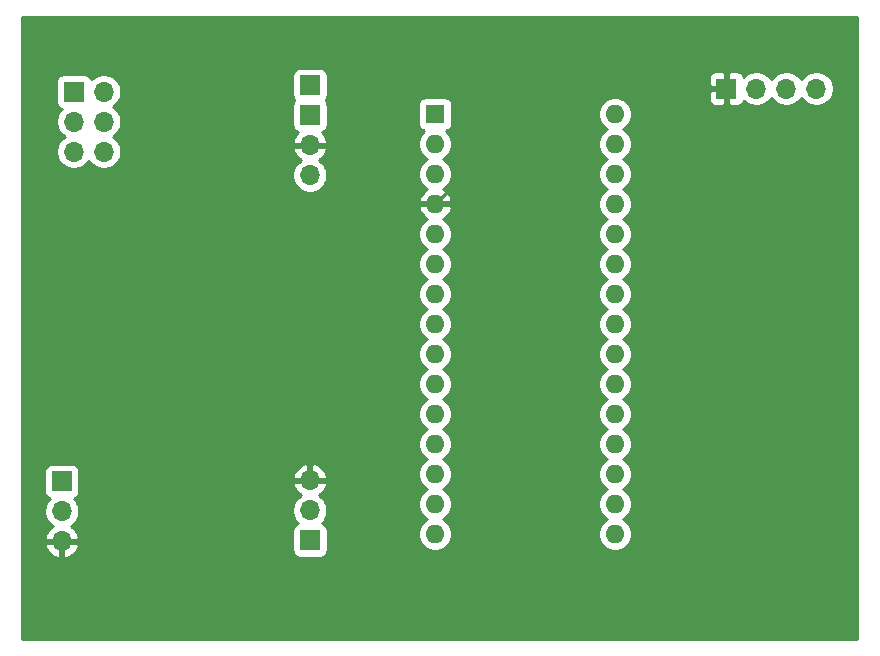
<source format=gbl>
%TF.GenerationSoftware,KiCad,Pcbnew,(5.1.9)-1*%
%TF.CreationDate,2021-01-22T19:23:28+08:00*%
%TF.ProjectId,SmartLight,536d6172-744c-4696-9768-742e6b696361,rev?*%
%TF.SameCoordinates,Original*%
%TF.FileFunction,Copper,L2,Bot*%
%TF.FilePolarity,Positive*%
%FSLAX46Y46*%
G04 Gerber Fmt 4.6, Leading zero omitted, Abs format (unit mm)*
G04 Created by KiCad (PCBNEW (5.1.9)-1) date 2021-01-22 19:23:28*
%MOMM*%
%LPD*%
G01*
G04 APERTURE LIST*
%TA.AperFunction,ComponentPad*%
%ADD10O,1.700000X1.700000*%
%TD*%
%TA.AperFunction,ComponentPad*%
%ADD11R,1.700000X1.700000*%
%TD*%
%TA.AperFunction,ComponentPad*%
%ADD12O,1.600000X1.600000*%
%TD*%
%TA.AperFunction,ComponentPad*%
%ADD13R,1.600000X1.600000*%
%TD*%
%TA.AperFunction,Conductor*%
%ADD14C,0.250000*%
%TD*%
%TA.AperFunction,Conductor*%
%ADD15C,0.254000*%
%TD*%
%TA.AperFunction,Conductor*%
%ADD16C,0.100000*%
%TD*%
G04 APERTURE END LIST*
D10*
%TO.P,J5,4*%
%TO.N,/SDA*%
X159870000Y-64750000D03*
%TO.P,J5,3*%
%TO.N,/SCL*%
X157330000Y-64750000D03*
%TO.P,J5,2*%
%TO.N,/VCC*%
X154790000Y-64750000D03*
D11*
%TO.P,J5,1*%
%TO.N,/GND*%
X152250000Y-64750000D03*
%TD*%
D10*
%TO.P,J4,3*%
%TO.N,/GND*%
X117000000Y-97920000D03*
%TO.P,J4,2*%
%TO.N,/VCC*%
X117000000Y-100460000D03*
D11*
%TO.P,J4,1*%
%TO.N,Net-(A1-Pad10)*%
X117000000Y-103000000D03*
%TD*%
D10*
%TO.P,J3,6*%
%TO.N,Net-(J3-Pad6)*%
X99540000Y-70080000D03*
%TO.P,J3,5*%
%TO.N,Net-(J3-Pad5)*%
X97000000Y-70080000D03*
%TO.P,J3,4*%
%TO.N,Net-(A1-Pad9)*%
X99540000Y-67540000D03*
%TO.P,J3,3*%
%TO.N,Net-(J3-Pad3)*%
X97000000Y-67540000D03*
%TO.P,J3,2*%
%TO.N,/VCC*%
X99540000Y-65000000D03*
D11*
%TO.P,J3,1*%
%TO.N,Net-(J3-Pad1)*%
X97000000Y-65000000D03*
%TD*%
D10*
%TO.P,J2,4*%
%TO.N,/VCC*%
X117000000Y-72080000D03*
%TO.P,J2,3*%
%TO.N,/GND*%
X117000000Y-69540000D03*
D11*
%TO.P,J2,2*%
%TO.N,/TX*%
X117000000Y-67000000D03*
%TO.P,J2,1*%
%TO.N,/RX*%
X117000000Y-64460000D03*
%TD*%
D10*
%TO.P,J1,3*%
%TO.N,/GND*%
X96000000Y-103080000D03*
%TO.P,J1,2*%
%TO.N,Net-(A1-Pad8)*%
X96000000Y-100540000D03*
D11*
%TO.P,J1,1*%
%TO.N,/VCC*%
X96000000Y-98000000D03*
%TD*%
D12*
%TO.P,A1,16*%
%TO.N,Net-(A1-Pad16)*%
X142840000Y-102460000D03*
%TO.P,A1,15*%
%TO.N,Net-(A1-Pad15)*%
X127600000Y-102460000D03*
%TO.P,A1,30*%
%TO.N,/VCC*%
X142840000Y-66900000D03*
%TO.P,A1,14*%
%TO.N,Net-(A1-Pad14)*%
X127600000Y-99920000D03*
%TO.P,A1,29*%
%TO.N,Net-(A1-Pad29)*%
X142840000Y-69440000D03*
%TO.P,A1,13*%
%TO.N,Net-(A1-Pad13)*%
X127600000Y-97380000D03*
%TO.P,A1,28*%
%TO.N,Net-(A1-Pad28)*%
X142840000Y-71980000D03*
%TO.P,A1,12*%
%TO.N,Net-(A1-Pad12)*%
X127600000Y-94840000D03*
%TO.P,A1,27*%
%TO.N,Net-(A1-Pad27)*%
X142840000Y-74520000D03*
%TO.P,A1,11*%
%TO.N,Net-(A1-Pad11)*%
X127600000Y-92300000D03*
%TO.P,A1,26*%
%TO.N,Net-(A1-Pad26)*%
X142840000Y-77060000D03*
%TO.P,A1,10*%
%TO.N,Net-(A1-Pad10)*%
X127600000Y-89760000D03*
%TO.P,A1,25*%
%TO.N,Net-(A1-Pad25)*%
X142840000Y-79600000D03*
%TO.P,A1,9*%
%TO.N,Net-(A1-Pad9)*%
X127600000Y-87220000D03*
%TO.P,A1,24*%
%TO.N,/SCL*%
X142840000Y-82140000D03*
%TO.P,A1,8*%
%TO.N,Net-(A1-Pad8)*%
X127600000Y-84680000D03*
%TO.P,A1,23*%
%TO.N,/SDA*%
X142840000Y-84680000D03*
%TO.P,A1,7*%
%TO.N,Net-(A1-Pad7)*%
X127600000Y-82140000D03*
%TO.P,A1,22*%
%TO.N,Net-(A1-Pad22)*%
X142840000Y-87220000D03*
%TO.P,A1,6*%
%TO.N,Net-(A1-Pad6)*%
X127600000Y-79600000D03*
%TO.P,A1,21*%
%TO.N,Net-(A1-Pad21)*%
X142840000Y-89760000D03*
%TO.P,A1,5*%
%TO.N,Net-(A1-Pad5)*%
X127600000Y-77060000D03*
%TO.P,A1,20*%
%TO.N,Net-(A1-Pad20)*%
X142840000Y-92300000D03*
%TO.P,A1,4*%
%TO.N,/GND*%
X127600000Y-74520000D03*
%TO.P,A1,19*%
%TO.N,Net-(A1-Pad19)*%
X142840000Y-94840000D03*
%TO.P,A1,3*%
%TO.N,Net-(A1-Pad3)*%
X127600000Y-71980000D03*
%TO.P,A1,18*%
%TO.N,Net-(A1-Pad18)*%
X142840000Y-97380000D03*
%TO.P,A1,2*%
%TO.N,/TX*%
X127600000Y-69440000D03*
%TO.P,A1,17*%
%TO.N,Net-(A1-Pad17)*%
X142840000Y-99920000D03*
D13*
%TO.P,A1,1*%
%TO.N,/RX*%
X127600000Y-66900000D03*
%TD*%
D14*
%TO.N,/GND*%
X158000000Y-68000000D02*
X150750000Y-68000000D01*
X150750000Y-68000000D02*
X146250000Y-63500000D01*
X146250000Y-63500000D02*
X142000000Y-63500000D01*
X142000000Y-63500000D02*
X132500000Y-73000000D01*
X129120000Y-73000000D02*
X127600000Y-74520000D01*
X132500000Y-73000000D02*
X129120000Y-73000000D01*
X117000000Y-69540000D02*
X119290000Y-69540000D01*
X124270000Y-74520000D02*
X127600000Y-74520000D01*
X119290000Y-69540000D02*
X124270000Y-74520000D01*
X117000000Y-97920000D02*
X117000000Y-79750000D01*
X122230000Y-74520000D02*
X127600000Y-74520000D01*
X117000000Y-79750000D02*
X122230000Y-74520000D01*
%TD*%
D15*
%TO.N,/GND*%
X163340001Y-111340000D02*
X92660000Y-111340000D01*
X92660000Y-103436890D01*
X94558524Y-103436890D01*
X94603175Y-103584099D01*
X94728359Y-103846920D01*
X94902412Y-104080269D01*
X95118645Y-104275178D01*
X95368748Y-104424157D01*
X95643109Y-104521481D01*
X95873000Y-104400814D01*
X95873000Y-103207000D01*
X96127000Y-103207000D01*
X96127000Y-104400814D01*
X96356891Y-104521481D01*
X96631252Y-104424157D01*
X96881355Y-104275178D01*
X97097588Y-104080269D01*
X97271641Y-103846920D01*
X97396825Y-103584099D01*
X97441476Y-103436890D01*
X97320155Y-103207000D01*
X96127000Y-103207000D01*
X95873000Y-103207000D01*
X94679845Y-103207000D01*
X94558524Y-103436890D01*
X92660000Y-103436890D01*
X92660000Y-97150000D01*
X94511928Y-97150000D01*
X94511928Y-98850000D01*
X94524188Y-98974482D01*
X94560498Y-99094180D01*
X94619463Y-99204494D01*
X94698815Y-99301185D01*
X94795506Y-99380537D01*
X94905820Y-99439502D01*
X94978380Y-99461513D01*
X94846525Y-99593368D01*
X94684010Y-99836589D01*
X94572068Y-100106842D01*
X94515000Y-100393740D01*
X94515000Y-100686260D01*
X94572068Y-100973158D01*
X94684010Y-101243411D01*
X94846525Y-101486632D01*
X95053368Y-101693475D01*
X95235534Y-101815195D01*
X95118645Y-101884822D01*
X94902412Y-102079731D01*
X94728359Y-102313080D01*
X94603175Y-102575901D01*
X94558524Y-102723110D01*
X94679845Y-102953000D01*
X95873000Y-102953000D01*
X95873000Y-102933000D01*
X96127000Y-102933000D01*
X96127000Y-102953000D01*
X97320155Y-102953000D01*
X97441476Y-102723110D01*
X97396825Y-102575901D01*
X97271641Y-102313080D01*
X97150002Y-102150000D01*
X115511928Y-102150000D01*
X115511928Y-103850000D01*
X115524188Y-103974482D01*
X115560498Y-104094180D01*
X115619463Y-104204494D01*
X115698815Y-104301185D01*
X115795506Y-104380537D01*
X115905820Y-104439502D01*
X116025518Y-104475812D01*
X116150000Y-104488072D01*
X117850000Y-104488072D01*
X117974482Y-104475812D01*
X118094180Y-104439502D01*
X118204494Y-104380537D01*
X118301185Y-104301185D01*
X118380537Y-104204494D01*
X118439502Y-104094180D01*
X118475812Y-103974482D01*
X118488072Y-103850000D01*
X118488072Y-102150000D01*
X118475812Y-102025518D01*
X118439502Y-101905820D01*
X118380537Y-101795506D01*
X118301185Y-101698815D01*
X118204494Y-101619463D01*
X118094180Y-101560498D01*
X118021620Y-101538487D01*
X118153475Y-101406632D01*
X118315990Y-101163411D01*
X118427932Y-100893158D01*
X118485000Y-100606260D01*
X118485000Y-100313740D01*
X118427932Y-100026842D01*
X118315990Y-99756589D01*
X118153475Y-99513368D01*
X117946632Y-99306525D01*
X117764466Y-99184805D01*
X117881355Y-99115178D01*
X118097588Y-98920269D01*
X118271641Y-98686920D01*
X118396825Y-98424099D01*
X118441476Y-98276890D01*
X118320155Y-98047000D01*
X117127000Y-98047000D01*
X117127000Y-98067000D01*
X116873000Y-98067000D01*
X116873000Y-98047000D01*
X115679845Y-98047000D01*
X115558524Y-98276890D01*
X115603175Y-98424099D01*
X115728359Y-98686920D01*
X115902412Y-98920269D01*
X116118645Y-99115178D01*
X116235534Y-99184805D01*
X116053368Y-99306525D01*
X115846525Y-99513368D01*
X115684010Y-99756589D01*
X115572068Y-100026842D01*
X115515000Y-100313740D01*
X115515000Y-100606260D01*
X115572068Y-100893158D01*
X115684010Y-101163411D01*
X115846525Y-101406632D01*
X115978380Y-101538487D01*
X115905820Y-101560498D01*
X115795506Y-101619463D01*
X115698815Y-101698815D01*
X115619463Y-101795506D01*
X115560498Y-101905820D01*
X115524188Y-102025518D01*
X115511928Y-102150000D01*
X97150002Y-102150000D01*
X97097588Y-102079731D01*
X96881355Y-101884822D01*
X96764466Y-101815195D01*
X96946632Y-101693475D01*
X97153475Y-101486632D01*
X97315990Y-101243411D01*
X97427932Y-100973158D01*
X97485000Y-100686260D01*
X97485000Y-100393740D01*
X97427932Y-100106842D01*
X97315990Y-99836589D01*
X97153475Y-99593368D01*
X97021620Y-99461513D01*
X97094180Y-99439502D01*
X97204494Y-99380537D01*
X97301185Y-99301185D01*
X97380537Y-99204494D01*
X97439502Y-99094180D01*
X97475812Y-98974482D01*
X97488072Y-98850000D01*
X97488072Y-97563110D01*
X115558524Y-97563110D01*
X115679845Y-97793000D01*
X116873000Y-97793000D01*
X116873000Y-96599186D01*
X117127000Y-96599186D01*
X117127000Y-97793000D01*
X118320155Y-97793000D01*
X118441476Y-97563110D01*
X118396825Y-97415901D01*
X118271641Y-97153080D01*
X118097588Y-96919731D01*
X117881355Y-96724822D01*
X117631252Y-96575843D01*
X117356891Y-96478519D01*
X117127000Y-96599186D01*
X116873000Y-96599186D01*
X116643109Y-96478519D01*
X116368748Y-96575843D01*
X116118645Y-96724822D01*
X115902412Y-96919731D01*
X115728359Y-97153080D01*
X115603175Y-97415901D01*
X115558524Y-97563110D01*
X97488072Y-97563110D01*
X97488072Y-97150000D01*
X97475812Y-97025518D01*
X97439502Y-96905820D01*
X97380537Y-96795506D01*
X97301185Y-96698815D01*
X97204494Y-96619463D01*
X97094180Y-96560498D01*
X96974482Y-96524188D01*
X96850000Y-96511928D01*
X95150000Y-96511928D01*
X95025518Y-96524188D01*
X94905820Y-96560498D01*
X94795506Y-96619463D01*
X94698815Y-96698815D01*
X94619463Y-96795506D01*
X94560498Y-96905820D01*
X94524188Y-97025518D01*
X94511928Y-97150000D01*
X92660000Y-97150000D01*
X92660000Y-76918665D01*
X126165000Y-76918665D01*
X126165000Y-77201335D01*
X126220147Y-77478574D01*
X126328320Y-77739727D01*
X126485363Y-77974759D01*
X126685241Y-78174637D01*
X126917759Y-78330000D01*
X126685241Y-78485363D01*
X126485363Y-78685241D01*
X126328320Y-78920273D01*
X126220147Y-79181426D01*
X126165000Y-79458665D01*
X126165000Y-79741335D01*
X126220147Y-80018574D01*
X126328320Y-80279727D01*
X126485363Y-80514759D01*
X126685241Y-80714637D01*
X126917759Y-80870000D01*
X126685241Y-81025363D01*
X126485363Y-81225241D01*
X126328320Y-81460273D01*
X126220147Y-81721426D01*
X126165000Y-81998665D01*
X126165000Y-82281335D01*
X126220147Y-82558574D01*
X126328320Y-82819727D01*
X126485363Y-83054759D01*
X126685241Y-83254637D01*
X126917759Y-83410000D01*
X126685241Y-83565363D01*
X126485363Y-83765241D01*
X126328320Y-84000273D01*
X126220147Y-84261426D01*
X126165000Y-84538665D01*
X126165000Y-84821335D01*
X126220147Y-85098574D01*
X126328320Y-85359727D01*
X126485363Y-85594759D01*
X126685241Y-85794637D01*
X126917759Y-85950000D01*
X126685241Y-86105363D01*
X126485363Y-86305241D01*
X126328320Y-86540273D01*
X126220147Y-86801426D01*
X126165000Y-87078665D01*
X126165000Y-87361335D01*
X126220147Y-87638574D01*
X126328320Y-87899727D01*
X126485363Y-88134759D01*
X126685241Y-88334637D01*
X126917759Y-88490000D01*
X126685241Y-88645363D01*
X126485363Y-88845241D01*
X126328320Y-89080273D01*
X126220147Y-89341426D01*
X126165000Y-89618665D01*
X126165000Y-89901335D01*
X126220147Y-90178574D01*
X126328320Y-90439727D01*
X126485363Y-90674759D01*
X126685241Y-90874637D01*
X126917759Y-91030000D01*
X126685241Y-91185363D01*
X126485363Y-91385241D01*
X126328320Y-91620273D01*
X126220147Y-91881426D01*
X126165000Y-92158665D01*
X126165000Y-92441335D01*
X126220147Y-92718574D01*
X126328320Y-92979727D01*
X126485363Y-93214759D01*
X126685241Y-93414637D01*
X126917759Y-93570000D01*
X126685241Y-93725363D01*
X126485363Y-93925241D01*
X126328320Y-94160273D01*
X126220147Y-94421426D01*
X126165000Y-94698665D01*
X126165000Y-94981335D01*
X126220147Y-95258574D01*
X126328320Y-95519727D01*
X126485363Y-95754759D01*
X126685241Y-95954637D01*
X126917759Y-96110000D01*
X126685241Y-96265363D01*
X126485363Y-96465241D01*
X126328320Y-96700273D01*
X126220147Y-96961426D01*
X126165000Y-97238665D01*
X126165000Y-97521335D01*
X126220147Y-97798574D01*
X126328320Y-98059727D01*
X126485363Y-98294759D01*
X126685241Y-98494637D01*
X126917759Y-98650000D01*
X126685241Y-98805363D01*
X126485363Y-99005241D01*
X126328320Y-99240273D01*
X126220147Y-99501426D01*
X126165000Y-99778665D01*
X126165000Y-100061335D01*
X126220147Y-100338574D01*
X126328320Y-100599727D01*
X126485363Y-100834759D01*
X126685241Y-101034637D01*
X126917759Y-101190000D01*
X126685241Y-101345363D01*
X126485363Y-101545241D01*
X126328320Y-101780273D01*
X126220147Y-102041426D01*
X126165000Y-102318665D01*
X126165000Y-102601335D01*
X126220147Y-102878574D01*
X126328320Y-103139727D01*
X126485363Y-103374759D01*
X126685241Y-103574637D01*
X126920273Y-103731680D01*
X127181426Y-103839853D01*
X127458665Y-103895000D01*
X127741335Y-103895000D01*
X128018574Y-103839853D01*
X128279727Y-103731680D01*
X128514759Y-103574637D01*
X128714637Y-103374759D01*
X128871680Y-103139727D01*
X128979853Y-102878574D01*
X129035000Y-102601335D01*
X129035000Y-102318665D01*
X128979853Y-102041426D01*
X128871680Y-101780273D01*
X128714637Y-101545241D01*
X128514759Y-101345363D01*
X128282241Y-101190000D01*
X128514759Y-101034637D01*
X128714637Y-100834759D01*
X128871680Y-100599727D01*
X128979853Y-100338574D01*
X129035000Y-100061335D01*
X129035000Y-99778665D01*
X128979853Y-99501426D01*
X128871680Y-99240273D01*
X128714637Y-99005241D01*
X128514759Y-98805363D01*
X128282241Y-98650000D01*
X128514759Y-98494637D01*
X128714637Y-98294759D01*
X128871680Y-98059727D01*
X128979853Y-97798574D01*
X129035000Y-97521335D01*
X129035000Y-97238665D01*
X128979853Y-96961426D01*
X128871680Y-96700273D01*
X128714637Y-96465241D01*
X128514759Y-96265363D01*
X128282241Y-96110000D01*
X128514759Y-95954637D01*
X128714637Y-95754759D01*
X128871680Y-95519727D01*
X128979853Y-95258574D01*
X129035000Y-94981335D01*
X129035000Y-94698665D01*
X128979853Y-94421426D01*
X128871680Y-94160273D01*
X128714637Y-93925241D01*
X128514759Y-93725363D01*
X128282241Y-93570000D01*
X128514759Y-93414637D01*
X128714637Y-93214759D01*
X128871680Y-92979727D01*
X128979853Y-92718574D01*
X129035000Y-92441335D01*
X129035000Y-92158665D01*
X128979853Y-91881426D01*
X128871680Y-91620273D01*
X128714637Y-91385241D01*
X128514759Y-91185363D01*
X128282241Y-91030000D01*
X128514759Y-90874637D01*
X128714637Y-90674759D01*
X128871680Y-90439727D01*
X128979853Y-90178574D01*
X129035000Y-89901335D01*
X129035000Y-89618665D01*
X128979853Y-89341426D01*
X128871680Y-89080273D01*
X128714637Y-88845241D01*
X128514759Y-88645363D01*
X128282241Y-88490000D01*
X128514759Y-88334637D01*
X128714637Y-88134759D01*
X128871680Y-87899727D01*
X128979853Y-87638574D01*
X129035000Y-87361335D01*
X129035000Y-87078665D01*
X128979853Y-86801426D01*
X128871680Y-86540273D01*
X128714637Y-86305241D01*
X128514759Y-86105363D01*
X128282241Y-85950000D01*
X128514759Y-85794637D01*
X128714637Y-85594759D01*
X128871680Y-85359727D01*
X128979853Y-85098574D01*
X129035000Y-84821335D01*
X129035000Y-84538665D01*
X128979853Y-84261426D01*
X128871680Y-84000273D01*
X128714637Y-83765241D01*
X128514759Y-83565363D01*
X128282241Y-83410000D01*
X128514759Y-83254637D01*
X128714637Y-83054759D01*
X128871680Y-82819727D01*
X128979853Y-82558574D01*
X129035000Y-82281335D01*
X129035000Y-81998665D01*
X128979853Y-81721426D01*
X128871680Y-81460273D01*
X128714637Y-81225241D01*
X128514759Y-81025363D01*
X128282241Y-80870000D01*
X128514759Y-80714637D01*
X128714637Y-80514759D01*
X128871680Y-80279727D01*
X128979853Y-80018574D01*
X129035000Y-79741335D01*
X129035000Y-79458665D01*
X128979853Y-79181426D01*
X128871680Y-78920273D01*
X128714637Y-78685241D01*
X128514759Y-78485363D01*
X128282241Y-78330000D01*
X128514759Y-78174637D01*
X128714637Y-77974759D01*
X128871680Y-77739727D01*
X128979853Y-77478574D01*
X129035000Y-77201335D01*
X129035000Y-76918665D01*
X128979853Y-76641426D01*
X128871680Y-76380273D01*
X128714637Y-76145241D01*
X128514759Y-75945363D01*
X128279727Y-75788320D01*
X128269135Y-75783933D01*
X128455131Y-75672385D01*
X128663519Y-75483414D01*
X128831037Y-75257420D01*
X128951246Y-75003087D01*
X128991904Y-74869039D01*
X128869915Y-74647000D01*
X127727000Y-74647000D01*
X127727000Y-74667000D01*
X127473000Y-74667000D01*
X127473000Y-74647000D01*
X126330085Y-74647000D01*
X126208096Y-74869039D01*
X126248754Y-75003087D01*
X126368963Y-75257420D01*
X126536481Y-75483414D01*
X126744869Y-75672385D01*
X126930865Y-75783933D01*
X126920273Y-75788320D01*
X126685241Y-75945363D01*
X126485363Y-76145241D01*
X126328320Y-76380273D01*
X126220147Y-76641426D01*
X126165000Y-76918665D01*
X92660000Y-76918665D01*
X92660000Y-71933740D01*
X115515000Y-71933740D01*
X115515000Y-72226260D01*
X115572068Y-72513158D01*
X115684010Y-72783411D01*
X115846525Y-73026632D01*
X116053368Y-73233475D01*
X116296589Y-73395990D01*
X116566842Y-73507932D01*
X116853740Y-73565000D01*
X117146260Y-73565000D01*
X117433158Y-73507932D01*
X117703411Y-73395990D01*
X117946632Y-73233475D01*
X118153475Y-73026632D01*
X118315990Y-72783411D01*
X118427932Y-72513158D01*
X118485000Y-72226260D01*
X118485000Y-71933740D01*
X118427932Y-71646842D01*
X118315990Y-71376589D01*
X118153475Y-71133368D01*
X117946632Y-70926525D01*
X117764466Y-70804805D01*
X117881355Y-70735178D01*
X118097588Y-70540269D01*
X118271641Y-70306920D01*
X118396825Y-70044099D01*
X118441476Y-69896890D01*
X118320155Y-69667000D01*
X117127000Y-69667000D01*
X117127000Y-69687000D01*
X116873000Y-69687000D01*
X116873000Y-69667000D01*
X115679845Y-69667000D01*
X115558524Y-69896890D01*
X115603175Y-70044099D01*
X115728359Y-70306920D01*
X115902412Y-70540269D01*
X116118645Y-70735178D01*
X116235534Y-70804805D01*
X116053368Y-70926525D01*
X115846525Y-71133368D01*
X115684010Y-71376589D01*
X115572068Y-71646842D01*
X115515000Y-71933740D01*
X92660000Y-71933740D01*
X92660000Y-64150000D01*
X95511928Y-64150000D01*
X95511928Y-65850000D01*
X95524188Y-65974482D01*
X95560498Y-66094180D01*
X95619463Y-66204494D01*
X95698815Y-66301185D01*
X95795506Y-66380537D01*
X95905820Y-66439502D01*
X95978380Y-66461513D01*
X95846525Y-66593368D01*
X95684010Y-66836589D01*
X95572068Y-67106842D01*
X95515000Y-67393740D01*
X95515000Y-67686260D01*
X95572068Y-67973158D01*
X95684010Y-68243411D01*
X95846525Y-68486632D01*
X96053368Y-68693475D01*
X96227760Y-68810000D01*
X96053368Y-68926525D01*
X95846525Y-69133368D01*
X95684010Y-69376589D01*
X95572068Y-69646842D01*
X95515000Y-69933740D01*
X95515000Y-70226260D01*
X95572068Y-70513158D01*
X95684010Y-70783411D01*
X95846525Y-71026632D01*
X96053368Y-71233475D01*
X96296589Y-71395990D01*
X96566842Y-71507932D01*
X96853740Y-71565000D01*
X97146260Y-71565000D01*
X97433158Y-71507932D01*
X97703411Y-71395990D01*
X97946632Y-71233475D01*
X98153475Y-71026632D01*
X98270000Y-70852240D01*
X98386525Y-71026632D01*
X98593368Y-71233475D01*
X98836589Y-71395990D01*
X99106842Y-71507932D01*
X99393740Y-71565000D01*
X99686260Y-71565000D01*
X99973158Y-71507932D01*
X100243411Y-71395990D01*
X100486632Y-71233475D01*
X100693475Y-71026632D01*
X100855990Y-70783411D01*
X100967932Y-70513158D01*
X101025000Y-70226260D01*
X101025000Y-69933740D01*
X100967932Y-69646842D01*
X100855990Y-69376589D01*
X100693475Y-69133368D01*
X100486632Y-68926525D01*
X100312240Y-68810000D01*
X100486632Y-68693475D01*
X100693475Y-68486632D01*
X100855990Y-68243411D01*
X100967932Y-67973158D01*
X101025000Y-67686260D01*
X101025000Y-67393740D01*
X100967932Y-67106842D01*
X100855990Y-66836589D01*
X100693475Y-66593368D01*
X100486632Y-66386525D01*
X100312240Y-66270000D01*
X100486632Y-66153475D01*
X100693475Y-65946632D01*
X100855990Y-65703411D01*
X100967932Y-65433158D01*
X101025000Y-65146260D01*
X101025000Y-64853740D01*
X100967932Y-64566842D01*
X100855990Y-64296589D01*
X100693475Y-64053368D01*
X100486632Y-63846525D01*
X100243411Y-63684010D01*
X100064735Y-63610000D01*
X115511928Y-63610000D01*
X115511928Y-65310000D01*
X115524188Y-65434482D01*
X115560498Y-65554180D01*
X115619463Y-65664494D01*
X115673222Y-65730000D01*
X115619463Y-65795506D01*
X115560498Y-65905820D01*
X115524188Y-66025518D01*
X115511928Y-66150000D01*
X115511928Y-67850000D01*
X115524188Y-67974482D01*
X115560498Y-68094180D01*
X115619463Y-68204494D01*
X115698815Y-68301185D01*
X115795506Y-68380537D01*
X115905820Y-68439502D01*
X115986466Y-68463966D01*
X115902412Y-68539731D01*
X115728359Y-68773080D01*
X115603175Y-69035901D01*
X115558524Y-69183110D01*
X115679845Y-69413000D01*
X116873000Y-69413000D01*
X116873000Y-69393000D01*
X117127000Y-69393000D01*
X117127000Y-69413000D01*
X118320155Y-69413000D01*
X118441476Y-69183110D01*
X118396825Y-69035901D01*
X118271641Y-68773080D01*
X118097588Y-68539731D01*
X118013534Y-68463966D01*
X118094180Y-68439502D01*
X118204494Y-68380537D01*
X118301185Y-68301185D01*
X118380537Y-68204494D01*
X118439502Y-68094180D01*
X118475812Y-67974482D01*
X118488072Y-67850000D01*
X118488072Y-66150000D01*
X118483148Y-66100000D01*
X126161928Y-66100000D01*
X126161928Y-67700000D01*
X126174188Y-67824482D01*
X126210498Y-67944180D01*
X126269463Y-68054494D01*
X126348815Y-68151185D01*
X126445506Y-68230537D01*
X126555820Y-68289502D01*
X126675518Y-68325812D01*
X126683961Y-68326643D01*
X126485363Y-68525241D01*
X126328320Y-68760273D01*
X126220147Y-69021426D01*
X126165000Y-69298665D01*
X126165000Y-69581335D01*
X126220147Y-69858574D01*
X126328320Y-70119727D01*
X126485363Y-70354759D01*
X126685241Y-70554637D01*
X126917759Y-70710000D01*
X126685241Y-70865363D01*
X126485363Y-71065241D01*
X126328320Y-71300273D01*
X126220147Y-71561426D01*
X126165000Y-71838665D01*
X126165000Y-72121335D01*
X126220147Y-72398574D01*
X126328320Y-72659727D01*
X126485363Y-72894759D01*
X126685241Y-73094637D01*
X126920273Y-73251680D01*
X126930865Y-73256067D01*
X126744869Y-73367615D01*
X126536481Y-73556586D01*
X126368963Y-73782580D01*
X126248754Y-74036913D01*
X126208096Y-74170961D01*
X126330085Y-74393000D01*
X127473000Y-74393000D01*
X127473000Y-74373000D01*
X127727000Y-74373000D01*
X127727000Y-74393000D01*
X128869915Y-74393000D01*
X128991904Y-74170961D01*
X128951246Y-74036913D01*
X128831037Y-73782580D01*
X128663519Y-73556586D01*
X128455131Y-73367615D01*
X128269135Y-73256067D01*
X128279727Y-73251680D01*
X128514759Y-73094637D01*
X128714637Y-72894759D01*
X128871680Y-72659727D01*
X128979853Y-72398574D01*
X129035000Y-72121335D01*
X129035000Y-71838665D01*
X128979853Y-71561426D01*
X128871680Y-71300273D01*
X128714637Y-71065241D01*
X128514759Y-70865363D01*
X128282241Y-70710000D01*
X128514759Y-70554637D01*
X128714637Y-70354759D01*
X128871680Y-70119727D01*
X128979853Y-69858574D01*
X129035000Y-69581335D01*
X129035000Y-69298665D01*
X128979853Y-69021426D01*
X128871680Y-68760273D01*
X128714637Y-68525241D01*
X128516039Y-68326643D01*
X128524482Y-68325812D01*
X128644180Y-68289502D01*
X128754494Y-68230537D01*
X128851185Y-68151185D01*
X128930537Y-68054494D01*
X128989502Y-67944180D01*
X129025812Y-67824482D01*
X129038072Y-67700000D01*
X129038072Y-66758665D01*
X141405000Y-66758665D01*
X141405000Y-67041335D01*
X141460147Y-67318574D01*
X141568320Y-67579727D01*
X141725363Y-67814759D01*
X141925241Y-68014637D01*
X142157759Y-68170000D01*
X141925241Y-68325363D01*
X141725363Y-68525241D01*
X141568320Y-68760273D01*
X141460147Y-69021426D01*
X141405000Y-69298665D01*
X141405000Y-69581335D01*
X141460147Y-69858574D01*
X141568320Y-70119727D01*
X141725363Y-70354759D01*
X141925241Y-70554637D01*
X142157759Y-70710000D01*
X141925241Y-70865363D01*
X141725363Y-71065241D01*
X141568320Y-71300273D01*
X141460147Y-71561426D01*
X141405000Y-71838665D01*
X141405000Y-72121335D01*
X141460147Y-72398574D01*
X141568320Y-72659727D01*
X141725363Y-72894759D01*
X141925241Y-73094637D01*
X142157759Y-73250000D01*
X141925241Y-73405363D01*
X141725363Y-73605241D01*
X141568320Y-73840273D01*
X141460147Y-74101426D01*
X141405000Y-74378665D01*
X141405000Y-74661335D01*
X141460147Y-74938574D01*
X141568320Y-75199727D01*
X141725363Y-75434759D01*
X141925241Y-75634637D01*
X142157759Y-75790000D01*
X141925241Y-75945363D01*
X141725363Y-76145241D01*
X141568320Y-76380273D01*
X141460147Y-76641426D01*
X141405000Y-76918665D01*
X141405000Y-77201335D01*
X141460147Y-77478574D01*
X141568320Y-77739727D01*
X141725363Y-77974759D01*
X141925241Y-78174637D01*
X142157759Y-78330000D01*
X141925241Y-78485363D01*
X141725363Y-78685241D01*
X141568320Y-78920273D01*
X141460147Y-79181426D01*
X141405000Y-79458665D01*
X141405000Y-79741335D01*
X141460147Y-80018574D01*
X141568320Y-80279727D01*
X141725363Y-80514759D01*
X141925241Y-80714637D01*
X142157759Y-80870000D01*
X141925241Y-81025363D01*
X141725363Y-81225241D01*
X141568320Y-81460273D01*
X141460147Y-81721426D01*
X141405000Y-81998665D01*
X141405000Y-82281335D01*
X141460147Y-82558574D01*
X141568320Y-82819727D01*
X141725363Y-83054759D01*
X141925241Y-83254637D01*
X142157759Y-83410000D01*
X141925241Y-83565363D01*
X141725363Y-83765241D01*
X141568320Y-84000273D01*
X141460147Y-84261426D01*
X141405000Y-84538665D01*
X141405000Y-84821335D01*
X141460147Y-85098574D01*
X141568320Y-85359727D01*
X141725363Y-85594759D01*
X141925241Y-85794637D01*
X142157759Y-85950000D01*
X141925241Y-86105363D01*
X141725363Y-86305241D01*
X141568320Y-86540273D01*
X141460147Y-86801426D01*
X141405000Y-87078665D01*
X141405000Y-87361335D01*
X141460147Y-87638574D01*
X141568320Y-87899727D01*
X141725363Y-88134759D01*
X141925241Y-88334637D01*
X142157759Y-88490000D01*
X141925241Y-88645363D01*
X141725363Y-88845241D01*
X141568320Y-89080273D01*
X141460147Y-89341426D01*
X141405000Y-89618665D01*
X141405000Y-89901335D01*
X141460147Y-90178574D01*
X141568320Y-90439727D01*
X141725363Y-90674759D01*
X141925241Y-90874637D01*
X142157759Y-91030000D01*
X141925241Y-91185363D01*
X141725363Y-91385241D01*
X141568320Y-91620273D01*
X141460147Y-91881426D01*
X141405000Y-92158665D01*
X141405000Y-92441335D01*
X141460147Y-92718574D01*
X141568320Y-92979727D01*
X141725363Y-93214759D01*
X141925241Y-93414637D01*
X142157759Y-93570000D01*
X141925241Y-93725363D01*
X141725363Y-93925241D01*
X141568320Y-94160273D01*
X141460147Y-94421426D01*
X141405000Y-94698665D01*
X141405000Y-94981335D01*
X141460147Y-95258574D01*
X141568320Y-95519727D01*
X141725363Y-95754759D01*
X141925241Y-95954637D01*
X142157759Y-96110000D01*
X141925241Y-96265363D01*
X141725363Y-96465241D01*
X141568320Y-96700273D01*
X141460147Y-96961426D01*
X141405000Y-97238665D01*
X141405000Y-97521335D01*
X141460147Y-97798574D01*
X141568320Y-98059727D01*
X141725363Y-98294759D01*
X141925241Y-98494637D01*
X142157759Y-98650000D01*
X141925241Y-98805363D01*
X141725363Y-99005241D01*
X141568320Y-99240273D01*
X141460147Y-99501426D01*
X141405000Y-99778665D01*
X141405000Y-100061335D01*
X141460147Y-100338574D01*
X141568320Y-100599727D01*
X141725363Y-100834759D01*
X141925241Y-101034637D01*
X142157759Y-101190000D01*
X141925241Y-101345363D01*
X141725363Y-101545241D01*
X141568320Y-101780273D01*
X141460147Y-102041426D01*
X141405000Y-102318665D01*
X141405000Y-102601335D01*
X141460147Y-102878574D01*
X141568320Y-103139727D01*
X141725363Y-103374759D01*
X141925241Y-103574637D01*
X142160273Y-103731680D01*
X142421426Y-103839853D01*
X142698665Y-103895000D01*
X142981335Y-103895000D01*
X143258574Y-103839853D01*
X143519727Y-103731680D01*
X143754759Y-103574637D01*
X143954637Y-103374759D01*
X144111680Y-103139727D01*
X144219853Y-102878574D01*
X144275000Y-102601335D01*
X144275000Y-102318665D01*
X144219853Y-102041426D01*
X144111680Y-101780273D01*
X143954637Y-101545241D01*
X143754759Y-101345363D01*
X143522241Y-101190000D01*
X143754759Y-101034637D01*
X143954637Y-100834759D01*
X144111680Y-100599727D01*
X144219853Y-100338574D01*
X144275000Y-100061335D01*
X144275000Y-99778665D01*
X144219853Y-99501426D01*
X144111680Y-99240273D01*
X143954637Y-99005241D01*
X143754759Y-98805363D01*
X143522241Y-98650000D01*
X143754759Y-98494637D01*
X143954637Y-98294759D01*
X144111680Y-98059727D01*
X144219853Y-97798574D01*
X144275000Y-97521335D01*
X144275000Y-97238665D01*
X144219853Y-96961426D01*
X144111680Y-96700273D01*
X143954637Y-96465241D01*
X143754759Y-96265363D01*
X143522241Y-96110000D01*
X143754759Y-95954637D01*
X143954637Y-95754759D01*
X144111680Y-95519727D01*
X144219853Y-95258574D01*
X144275000Y-94981335D01*
X144275000Y-94698665D01*
X144219853Y-94421426D01*
X144111680Y-94160273D01*
X143954637Y-93925241D01*
X143754759Y-93725363D01*
X143522241Y-93570000D01*
X143754759Y-93414637D01*
X143954637Y-93214759D01*
X144111680Y-92979727D01*
X144219853Y-92718574D01*
X144275000Y-92441335D01*
X144275000Y-92158665D01*
X144219853Y-91881426D01*
X144111680Y-91620273D01*
X143954637Y-91385241D01*
X143754759Y-91185363D01*
X143522241Y-91030000D01*
X143754759Y-90874637D01*
X143954637Y-90674759D01*
X144111680Y-90439727D01*
X144219853Y-90178574D01*
X144275000Y-89901335D01*
X144275000Y-89618665D01*
X144219853Y-89341426D01*
X144111680Y-89080273D01*
X143954637Y-88845241D01*
X143754759Y-88645363D01*
X143522241Y-88490000D01*
X143754759Y-88334637D01*
X143954637Y-88134759D01*
X144111680Y-87899727D01*
X144219853Y-87638574D01*
X144275000Y-87361335D01*
X144275000Y-87078665D01*
X144219853Y-86801426D01*
X144111680Y-86540273D01*
X143954637Y-86305241D01*
X143754759Y-86105363D01*
X143522241Y-85950000D01*
X143754759Y-85794637D01*
X143954637Y-85594759D01*
X144111680Y-85359727D01*
X144219853Y-85098574D01*
X144275000Y-84821335D01*
X144275000Y-84538665D01*
X144219853Y-84261426D01*
X144111680Y-84000273D01*
X143954637Y-83765241D01*
X143754759Y-83565363D01*
X143522241Y-83410000D01*
X143754759Y-83254637D01*
X143954637Y-83054759D01*
X144111680Y-82819727D01*
X144219853Y-82558574D01*
X144275000Y-82281335D01*
X144275000Y-81998665D01*
X144219853Y-81721426D01*
X144111680Y-81460273D01*
X143954637Y-81225241D01*
X143754759Y-81025363D01*
X143522241Y-80870000D01*
X143754759Y-80714637D01*
X143954637Y-80514759D01*
X144111680Y-80279727D01*
X144219853Y-80018574D01*
X144275000Y-79741335D01*
X144275000Y-79458665D01*
X144219853Y-79181426D01*
X144111680Y-78920273D01*
X143954637Y-78685241D01*
X143754759Y-78485363D01*
X143522241Y-78330000D01*
X143754759Y-78174637D01*
X143954637Y-77974759D01*
X144111680Y-77739727D01*
X144219853Y-77478574D01*
X144275000Y-77201335D01*
X144275000Y-76918665D01*
X144219853Y-76641426D01*
X144111680Y-76380273D01*
X143954637Y-76145241D01*
X143754759Y-75945363D01*
X143522241Y-75790000D01*
X143754759Y-75634637D01*
X143954637Y-75434759D01*
X144111680Y-75199727D01*
X144219853Y-74938574D01*
X144275000Y-74661335D01*
X144275000Y-74378665D01*
X144219853Y-74101426D01*
X144111680Y-73840273D01*
X143954637Y-73605241D01*
X143754759Y-73405363D01*
X143522241Y-73250000D01*
X143754759Y-73094637D01*
X143954637Y-72894759D01*
X144111680Y-72659727D01*
X144219853Y-72398574D01*
X144275000Y-72121335D01*
X144275000Y-71838665D01*
X144219853Y-71561426D01*
X144111680Y-71300273D01*
X143954637Y-71065241D01*
X143754759Y-70865363D01*
X143522241Y-70710000D01*
X143754759Y-70554637D01*
X143954637Y-70354759D01*
X144111680Y-70119727D01*
X144219853Y-69858574D01*
X144275000Y-69581335D01*
X144275000Y-69298665D01*
X144219853Y-69021426D01*
X144111680Y-68760273D01*
X143954637Y-68525241D01*
X143754759Y-68325363D01*
X143522241Y-68170000D01*
X143754759Y-68014637D01*
X143954637Y-67814759D01*
X144111680Y-67579727D01*
X144219853Y-67318574D01*
X144275000Y-67041335D01*
X144275000Y-66758665D01*
X144219853Y-66481426D01*
X144111680Y-66220273D01*
X143954637Y-65985241D01*
X143754759Y-65785363D01*
X143519727Y-65628320D01*
X143451357Y-65600000D01*
X150761928Y-65600000D01*
X150774188Y-65724482D01*
X150810498Y-65844180D01*
X150869463Y-65954494D01*
X150948815Y-66051185D01*
X151045506Y-66130537D01*
X151155820Y-66189502D01*
X151275518Y-66225812D01*
X151400000Y-66238072D01*
X151964250Y-66235000D01*
X152123000Y-66076250D01*
X152123000Y-64877000D01*
X150923750Y-64877000D01*
X150765000Y-65035750D01*
X150761928Y-65600000D01*
X143451357Y-65600000D01*
X143258574Y-65520147D01*
X142981335Y-65465000D01*
X142698665Y-65465000D01*
X142421426Y-65520147D01*
X142160273Y-65628320D01*
X141925241Y-65785363D01*
X141725363Y-65985241D01*
X141568320Y-66220273D01*
X141460147Y-66481426D01*
X141405000Y-66758665D01*
X129038072Y-66758665D01*
X129038072Y-66100000D01*
X129025812Y-65975518D01*
X128989502Y-65855820D01*
X128930537Y-65745506D01*
X128851185Y-65648815D01*
X128754494Y-65569463D01*
X128644180Y-65510498D01*
X128524482Y-65474188D01*
X128400000Y-65461928D01*
X126800000Y-65461928D01*
X126675518Y-65474188D01*
X126555820Y-65510498D01*
X126445506Y-65569463D01*
X126348815Y-65648815D01*
X126269463Y-65745506D01*
X126210498Y-65855820D01*
X126174188Y-65975518D01*
X126161928Y-66100000D01*
X118483148Y-66100000D01*
X118475812Y-66025518D01*
X118439502Y-65905820D01*
X118380537Y-65795506D01*
X118326778Y-65730000D01*
X118380537Y-65664494D01*
X118439502Y-65554180D01*
X118475812Y-65434482D01*
X118488072Y-65310000D01*
X118488072Y-63900000D01*
X150761928Y-63900000D01*
X150765000Y-64464250D01*
X150923750Y-64623000D01*
X152123000Y-64623000D01*
X152123000Y-63423750D01*
X152377000Y-63423750D01*
X152377000Y-64623000D01*
X152397000Y-64623000D01*
X152397000Y-64877000D01*
X152377000Y-64877000D01*
X152377000Y-66076250D01*
X152535750Y-66235000D01*
X153100000Y-66238072D01*
X153224482Y-66225812D01*
X153344180Y-66189502D01*
X153454494Y-66130537D01*
X153551185Y-66051185D01*
X153630537Y-65954494D01*
X153689502Y-65844180D01*
X153711513Y-65771620D01*
X153843368Y-65903475D01*
X154086589Y-66065990D01*
X154356842Y-66177932D01*
X154643740Y-66235000D01*
X154936260Y-66235000D01*
X155223158Y-66177932D01*
X155493411Y-66065990D01*
X155736632Y-65903475D01*
X155943475Y-65696632D01*
X156060000Y-65522240D01*
X156176525Y-65696632D01*
X156383368Y-65903475D01*
X156626589Y-66065990D01*
X156896842Y-66177932D01*
X157183740Y-66235000D01*
X157476260Y-66235000D01*
X157763158Y-66177932D01*
X158033411Y-66065990D01*
X158276632Y-65903475D01*
X158483475Y-65696632D01*
X158600000Y-65522240D01*
X158716525Y-65696632D01*
X158923368Y-65903475D01*
X159166589Y-66065990D01*
X159436842Y-66177932D01*
X159723740Y-66235000D01*
X160016260Y-66235000D01*
X160303158Y-66177932D01*
X160573411Y-66065990D01*
X160816632Y-65903475D01*
X161023475Y-65696632D01*
X161185990Y-65453411D01*
X161297932Y-65183158D01*
X161355000Y-64896260D01*
X161355000Y-64603740D01*
X161297932Y-64316842D01*
X161185990Y-64046589D01*
X161023475Y-63803368D01*
X160816632Y-63596525D01*
X160573411Y-63434010D01*
X160303158Y-63322068D01*
X160016260Y-63265000D01*
X159723740Y-63265000D01*
X159436842Y-63322068D01*
X159166589Y-63434010D01*
X158923368Y-63596525D01*
X158716525Y-63803368D01*
X158600000Y-63977760D01*
X158483475Y-63803368D01*
X158276632Y-63596525D01*
X158033411Y-63434010D01*
X157763158Y-63322068D01*
X157476260Y-63265000D01*
X157183740Y-63265000D01*
X156896842Y-63322068D01*
X156626589Y-63434010D01*
X156383368Y-63596525D01*
X156176525Y-63803368D01*
X156060000Y-63977760D01*
X155943475Y-63803368D01*
X155736632Y-63596525D01*
X155493411Y-63434010D01*
X155223158Y-63322068D01*
X154936260Y-63265000D01*
X154643740Y-63265000D01*
X154356842Y-63322068D01*
X154086589Y-63434010D01*
X153843368Y-63596525D01*
X153711513Y-63728380D01*
X153689502Y-63655820D01*
X153630537Y-63545506D01*
X153551185Y-63448815D01*
X153454494Y-63369463D01*
X153344180Y-63310498D01*
X153224482Y-63274188D01*
X153100000Y-63261928D01*
X152535750Y-63265000D01*
X152377000Y-63423750D01*
X152123000Y-63423750D01*
X151964250Y-63265000D01*
X151400000Y-63261928D01*
X151275518Y-63274188D01*
X151155820Y-63310498D01*
X151045506Y-63369463D01*
X150948815Y-63448815D01*
X150869463Y-63545506D01*
X150810498Y-63655820D01*
X150774188Y-63775518D01*
X150761928Y-63900000D01*
X118488072Y-63900000D01*
X118488072Y-63610000D01*
X118475812Y-63485518D01*
X118439502Y-63365820D01*
X118380537Y-63255506D01*
X118301185Y-63158815D01*
X118204494Y-63079463D01*
X118094180Y-63020498D01*
X117974482Y-62984188D01*
X117850000Y-62971928D01*
X116150000Y-62971928D01*
X116025518Y-62984188D01*
X115905820Y-63020498D01*
X115795506Y-63079463D01*
X115698815Y-63158815D01*
X115619463Y-63255506D01*
X115560498Y-63365820D01*
X115524188Y-63485518D01*
X115511928Y-63610000D01*
X100064735Y-63610000D01*
X99973158Y-63572068D01*
X99686260Y-63515000D01*
X99393740Y-63515000D01*
X99106842Y-63572068D01*
X98836589Y-63684010D01*
X98593368Y-63846525D01*
X98461513Y-63978380D01*
X98439502Y-63905820D01*
X98380537Y-63795506D01*
X98301185Y-63698815D01*
X98204494Y-63619463D01*
X98094180Y-63560498D01*
X97974482Y-63524188D01*
X97850000Y-63511928D01*
X96150000Y-63511928D01*
X96025518Y-63524188D01*
X95905820Y-63560498D01*
X95795506Y-63619463D01*
X95698815Y-63698815D01*
X95619463Y-63795506D01*
X95560498Y-63905820D01*
X95524188Y-64025518D01*
X95511928Y-64150000D01*
X92660000Y-64150000D01*
X92660000Y-58660000D01*
X163340000Y-58660000D01*
X163340001Y-111340000D01*
%TA.AperFunction,Conductor*%
D16*
G36*
X163340001Y-111340000D02*
G01*
X92660000Y-111340000D01*
X92660000Y-103436890D01*
X94558524Y-103436890D01*
X94603175Y-103584099D01*
X94728359Y-103846920D01*
X94902412Y-104080269D01*
X95118645Y-104275178D01*
X95368748Y-104424157D01*
X95643109Y-104521481D01*
X95873000Y-104400814D01*
X95873000Y-103207000D01*
X96127000Y-103207000D01*
X96127000Y-104400814D01*
X96356891Y-104521481D01*
X96631252Y-104424157D01*
X96881355Y-104275178D01*
X97097588Y-104080269D01*
X97271641Y-103846920D01*
X97396825Y-103584099D01*
X97441476Y-103436890D01*
X97320155Y-103207000D01*
X96127000Y-103207000D01*
X95873000Y-103207000D01*
X94679845Y-103207000D01*
X94558524Y-103436890D01*
X92660000Y-103436890D01*
X92660000Y-97150000D01*
X94511928Y-97150000D01*
X94511928Y-98850000D01*
X94524188Y-98974482D01*
X94560498Y-99094180D01*
X94619463Y-99204494D01*
X94698815Y-99301185D01*
X94795506Y-99380537D01*
X94905820Y-99439502D01*
X94978380Y-99461513D01*
X94846525Y-99593368D01*
X94684010Y-99836589D01*
X94572068Y-100106842D01*
X94515000Y-100393740D01*
X94515000Y-100686260D01*
X94572068Y-100973158D01*
X94684010Y-101243411D01*
X94846525Y-101486632D01*
X95053368Y-101693475D01*
X95235534Y-101815195D01*
X95118645Y-101884822D01*
X94902412Y-102079731D01*
X94728359Y-102313080D01*
X94603175Y-102575901D01*
X94558524Y-102723110D01*
X94679845Y-102953000D01*
X95873000Y-102953000D01*
X95873000Y-102933000D01*
X96127000Y-102933000D01*
X96127000Y-102953000D01*
X97320155Y-102953000D01*
X97441476Y-102723110D01*
X97396825Y-102575901D01*
X97271641Y-102313080D01*
X97150002Y-102150000D01*
X115511928Y-102150000D01*
X115511928Y-103850000D01*
X115524188Y-103974482D01*
X115560498Y-104094180D01*
X115619463Y-104204494D01*
X115698815Y-104301185D01*
X115795506Y-104380537D01*
X115905820Y-104439502D01*
X116025518Y-104475812D01*
X116150000Y-104488072D01*
X117850000Y-104488072D01*
X117974482Y-104475812D01*
X118094180Y-104439502D01*
X118204494Y-104380537D01*
X118301185Y-104301185D01*
X118380537Y-104204494D01*
X118439502Y-104094180D01*
X118475812Y-103974482D01*
X118488072Y-103850000D01*
X118488072Y-102150000D01*
X118475812Y-102025518D01*
X118439502Y-101905820D01*
X118380537Y-101795506D01*
X118301185Y-101698815D01*
X118204494Y-101619463D01*
X118094180Y-101560498D01*
X118021620Y-101538487D01*
X118153475Y-101406632D01*
X118315990Y-101163411D01*
X118427932Y-100893158D01*
X118485000Y-100606260D01*
X118485000Y-100313740D01*
X118427932Y-100026842D01*
X118315990Y-99756589D01*
X118153475Y-99513368D01*
X117946632Y-99306525D01*
X117764466Y-99184805D01*
X117881355Y-99115178D01*
X118097588Y-98920269D01*
X118271641Y-98686920D01*
X118396825Y-98424099D01*
X118441476Y-98276890D01*
X118320155Y-98047000D01*
X117127000Y-98047000D01*
X117127000Y-98067000D01*
X116873000Y-98067000D01*
X116873000Y-98047000D01*
X115679845Y-98047000D01*
X115558524Y-98276890D01*
X115603175Y-98424099D01*
X115728359Y-98686920D01*
X115902412Y-98920269D01*
X116118645Y-99115178D01*
X116235534Y-99184805D01*
X116053368Y-99306525D01*
X115846525Y-99513368D01*
X115684010Y-99756589D01*
X115572068Y-100026842D01*
X115515000Y-100313740D01*
X115515000Y-100606260D01*
X115572068Y-100893158D01*
X115684010Y-101163411D01*
X115846525Y-101406632D01*
X115978380Y-101538487D01*
X115905820Y-101560498D01*
X115795506Y-101619463D01*
X115698815Y-101698815D01*
X115619463Y-101795506D01*
X115560498Y-101905820D01*
X115524188Y-102025518D01*
X115511928Y-102150000D01*
X97150002Y-102150000D01*
X97097588Y-102079731D01*
X96881355Y-101884822D01*
X96764466Y-101815195D01*
X96946632Y-101693475D01*
X97153475Y-101486632D01*
X97315990Y-101243411D01*
X97427932Y-100973158D01*
X97485000Y-100686260D01*
X97485000Y-100393740D01*
X97427932Y-100106842D01*
X97315990Y-99836589D01*
X97153475Y-99593368D01*
X97021620Y-99461513D01*
X97094180Y-99439502D01*
X97204494Y-99380537D01*
X97301185Y-99301185D01*
X97380537Y-99204494D01*
X97439502Y-99094180D01*
X97475812Y-98974482D01*
X97488072Y-98850000D01*
X97488072Y-97563110D01*
X115558524Y-97563110D01*
X115679845Y-97793000D01*
X116873000Y-97793000D01*
X116873000Y-96599186D01*
X117127000Y-96599186D01*
X117127000Y-97793000D01*
X118320155Y-97793000D01*
X118441476Y-97563110D01*
X118396825Y-97415901D01*
X118271641Y-97153080D01*
X118097588Y-96919731D01*
X117881355Y-96724822D01*
X117631252Y-96575843D01*
X117356891Y-96478519D01*
X117127000Y-96599186D01*
X116873000Y-96599186D01*
X116643109Y-96478519D01*
X116368748Y-96575843D01*
X116118645Y-96724822D01*
X115902412Y-96919731D01*
X115728359Y-97153080D01*
X115603175Y-97415901D01*
X115558524Y-97563110D01*
X97488072Y-97563110D01*
X97488072Y-97150000D01*
X97475812Y-97025518D01*
X97439502Y-96905820D01*
X97380537Y-96795506D01*
X97301185Y-96698815D01*
X97204494Y-96619463D01*
X97094180Y-96560498D01*
X96974482Y-96524188D01*
X96850000Y-96511928D01*
X95150000Y-96511928D01*
X95025518Y-96524188D01*
X94905820Y-96560498D01*
X94795506Y-96619463D01*
X94698815Y-96698815D01*
X94619463Y-96795506D01*
X94560498Y-96905820D01*
X94524188Y-97025518D01*
X94511928Y-97150000D01*
X92660000Y-97150000D01*
X92660000Y-76918665D01*
X126165000Y-76918665D01*
X126165000Y-77201335D01*
X126220147Y-77478574D01*
X126328320Y-77739727D01*
X126485363Y-77974759D01*
X126685241Y-78174637D01*
X126917759Y-78330000D01*
X126685241Y-78485363D01*
X126485363Y-78685241D01*
X126328320Y-78920273D01*
X126220147Y-79181426D01*
X126165000Y-79458665D01*
X126165000Y-79741335D01*
X126220147Y-80018574D01*
X126328320Y-80279727D01*
X126485363Y-80514759D01*
X126685241Y-80714637D01*
X126917759Y-80870000D01*
X126685241Y-81025363D01*
X126485363Y-81225241D01*
X126328320Y-81460273D01*
X126220147Y-81721426D01*
X126165000Y-81998665D01*
X126165000Y-82281335D01*
X126220147Y-82558574D01*
X126328320Y-82819727D01*
X126485363Y-83054759D01*
X126685241Y-83254637D01*
X126917759Y-83410000D01*
X126685241Y-83565363D01*
X126485363Y-83765241D01*
X126328320Y-84000273D01*
X126220147Y-84261426D01*
X126165000Y-84538665D01*
X126165000Y-84821335D01*
X126220147Y-85098574D01*
X126328320Y-85359727D01*
X126485363Y-85594759D01*
X126685241Y-85794637D01*
X126917759Y-85950000D01*
X126685241Y-86105363D01*
X126485363Y-86305241D01*
X126328320Y-86540273D01*
X126220147Y-86801426D01*
X126165000Y-87078665D01*
X126165000Y-87361335D01*
X126220147Y-87638574D01*
X126328320Y-87899727D01*
X126485363Y-88134759D01*
X126685241Y-88334637D01*
X126917759Y-88490000D01*
X126685241Y-88645363D01*
X126485363Y-88845241D01*
X126328320Y-89080273D01*
X126220147Y-89341426D01*
X126165000Y-89618665D01*
X126165000Y-89901335D01*
X126220147Y-90178574D01*
X126328320Y-90439727D01*
X126485363Y-90674759D01*
X126685241Y-90874637D01*
X126917759Y-91030000D01*
X126685241Y-91185363D01*
X126485363Y-91385241D01*
X126328320Y-91620273D01*
X126220147Y-91881426D01*
X126165000Y-92158665D01*
X126165000Y-92441335D01*
X126220147Y-92718574D01*
X126328320Y-92979727D01*
X126485363Y-93214759D01*
X126685241Y-93414637D01*
X126917759Y-93570000D01*
X126685241Y-93725363D01*
X126485363Y-93925241D01*
X126328320Y-94160273D01*
X126220147Y-94421426D01*
X126165000Y-94698665D01*
X126165000Y-94981335D01*
X126220147Y-95258574D01*
X126328320Y-95519727D01*
X126485363Y-95754759D01*
X126685241Y-95954637D01*
X126917759Y-96110000D01*
X126685241Y-96265363D01*
X126485363Y-96465241D01*
X126328320Y-96700273D01*
X126220147Y-96961426D01*
X126165000Y-97238665D01*
X126165000Y-97521335D01*
X126220147Y-97798574D01*
X126328320Y-98059727D01*
X126485363Y-98294759D01*
X126685241Y-98494637D01*
X126917759Y-98650000D01*
X126685241Y-98805363D01*
X126485363Y-99005241D01*
X126328320Y-99240273D01*
X126220147Y-99501426D01*
X126165000Y-99778665D01*
X126165000Y-100061335D01*
X126220147Y-100338574D01*
X126328320Y-100599727D01*
X126485363Y-100834759D01*
X126685241Y-101034637D01*
X126917759Y-101190000D01*
X126685241Y-101345363D01*
X126485363Y-101545241D01*
X126328320Y-101780273D01*
X126220147Y-102041426D01*
X126165000Y-102318665D01*
X126165000Y-102601335D01*
X126220147Y-102878574D01*
X126328320Y-103139727D01*
X126485363Y-103374759D01*
X126685241Y-103574637D01*
X126920273Y-103731680D01*
X127181426Y-103839853D01*
X127458665Y-103895000D01*
X127741335Y-103895000D01*
X128018574Y-103839853D01*
X128279727Y-103731680D01*
X128514759Y-103574637D01*
X128714637Y-103374759D01*
X128871680Y-103139727D01*
X128979853Y-102878574D01*
X129035000Y-102601335D01*
X129035000Y-102318665D01*
X128979853Y-102041426D01*
X128871680Y-101780273D01*
X128714637Y-101545241D01*
X128514759Y-101345363D01*
X128282241Y-101190000D01*
X128514759Y-101034637D01*
X128714637Y-100834759D01*
X128871680Y-100599727D01*
X128979853Y-100338574D01*
X129035000Y-100061335D01*
X129035000Y-99778665D01*
X128979853Y-99501426D01*
X128871680Y-99240273D01*
X128714637Y-99005241D01*
X128514759Y-98805363D01*
X128282241Y-98650000D01*
X128514759Y-98494637D01*
X128714637Y-98294759D01*
X128871680Y-98059727D01*
X128979853Y-97798574D01*
X129035000Y-97521335D01*
X129035000Y-97238665D01*
X128979853Y-96961426D01*
X128871680Y-96700273D01*
X128714637Y-96465241D01*
X128514759Y-96265363D01*
X128282241Y-96110000D01*
X128514759Y-95954637D01*
X128714637Y-95754759D01*
X128871680Y-95519727D01*
X128979853Y-95258574D01*
X129035000Y-94981335D01*
X129035000Y-94698665D01*
X128979853Y-94421426D01*
X128871680Y-94160273D01*
X128714637Y-93925241D01*
X128514759Y-93725363D01*
X128282241Y-93570000D01*
X128514759Y-93414637D01*
X128714637Y-93214759D01*
X128871680Y-92979727D01*
X128979853Y-92718574D01*
X129035000Y-92441335D01*
X129035000Y-92158665D01*
X128979853Y-91881426D01*
X128871680Y-91620273D01*
X128714637Y-91385241D01*
X128514759Y-91185363D01*
X128282241Y-91030000D01*
X128514759Y-90874637D01*
X128714637Y-90674759D01*
X128871680Y-90439727D01*
X128979853Y-90178574D01*
X129035000Y-89901335D01*
X129035000Y-89618665D01*
X128979853Y-89341426D01*
X128871680Y-89080273D01*
X128714637Y-88845241D01*
X128514759Y-88645363D01*
X128282241Y-88490000D01*
X128514759Y-88334637D01*
X128714637Y-88134759D01*
X128871680Y-87899727D01*
X128979853Y-87638574D01*
X129035000Y-87361335D01*
X129035000Y-87078665D01*
X128979853Y-86801426D01*
X128871680Y-86540273D01*
X128714637Y-86305241D01*
X128514759Y-86105363D01*
X128282241Y-85950000D01*
X128514759Y-85794637D01*
X128714637Y-85594759D01*
X128871680Y-85359727D01*
X128979853Y-85098574D01*
X129035000Y-84821335D01*
X129035000Y-84538665D01*
X128979853Y-84261426D01*
X128871680Y-84000273D01*
X128714637Y-83765241D01*
X128514759Y-83565363D01*
X128282241Y-83410000D01*
X128514759Y-83254637D01*
X128714637Y-83054759D01*
X128871680Y-82819727D01*
X128979853Y-82558574D01*
X129035000Y-82281335D01*
X129035000Y-81998665D01*
X128979853Y-81721426D01*
X128871680Y-81460273D01*
X128714637Y-81225241D01*
X128514759Y-81025363D01*
X128282241Y-80870000D01*
X128514759Y-80714637D01*
X128714637Y-80514759D01*
X128871680Y-80279727D01*
X128979853Y-80018574D01*
X129035000Y-79741335D01*
X129035000Y-79458665D01*
X128979853Y-79181426D01*
X128871680Y-78920273D01*
X128714637Y-78685241D01*
X128514759Y-78485363D01*
X128282241Y-78330000D01*
X128514759Y-78174637D01*
X128714637Y-77974759D01*
X128871680Y-77739727D01*
X128979853Y-77478574D01*
X129035000Y-77201335D01*
X129035000Y-76918665D01*
X128979853Y-76641426D01*
X128871680Y-76380273D01*
X128714637Y-76145241D01*
X128514759Y-75945363D01*
X128279727Y-75788320D01*
X128269135Y-75783933D01*
X128455131Y-75672385D01*
X128663519Y-75483414D01*
X128831037Y-75257420D01*
X128951246Y-75003087D01*
X128991904Y-74869039D01*
X128869915Y-74647000D01*
X127727000Y-74647000D01*
X127727000Y-74667000D01*
X127473000Y-74667000D01*
X127473000Y-74647000D01*
X126330085Y-74647000D01*
X126208096Y-74869039D01*
X126248754Y-75003087D01*
X126368963Y-75257420D01*
X126536481Y-75483414D01*
X126744869Y-75672385D01*
X126930865Y-75783933D01*
X126920273Y-75788320D01*
X126685241Y-75945363D01*
X126485363Y-76145241D01*
X126328320Y-76380273D01*
X126220147Y-76641426D01*
X126165000Y-76918665D01*
X92660000Y-76918665D01*
X92660000Y-71933740D01*
X115515000Y-71933740D01*
X115515000Y-72226260D01*
X115572068Y-72513158D01*
X115684010Y-72783411D01*
X115846525Y-73026632D01*
X116053368Y-73233475D01*
X116296589Y-73395990D01*
X116566842Y-73507932D01*
X116853740Y-73565000D01*
X117146260Y-73565000D01*
X117433158Y-73507932D01*
X117703411Y-73395990D01*
X117946632Y-73233475D01*
X118153475Y-73026632D01*
X118315990Y-72783411D01*
X118427932Y-72513158D01*
X118485000Y-72226260D01*
X118485000Y-71933740D01*
X118427932Y-71646842D01*
X118315990Y-71376589D01*
X118153475Y-71133368D01*
X117946632Y-70926525D01*
X117764466Y-70804805D01*
X117881355Y-70735178D01*
X118097588Y-70540269D01*
X118271641Y-70306920D01*
X118396825Y-70044099D01*
X118441476Y-69896890D01*
X118320155Y-69667000D01*
X117127000Y-69667000D01*
X117127000Y-69687000D01*
X116873000Y-69687000D01*
X116873000Y-69667000D01*
X115679845Y-69667000D01*
X115558524Y-69896890D01*
X115603175Y-70044099D01*
X115728359Y-70306920D01*
X115902412Y-70540269D01*
X116118645Y-70735178D01*
X116235534Y-70804805D01*
X116053368Y-70926525D01*
X115846525Y-71133368D01*
X115684010Y-71376589D01*
X115572068Y-71646842D01*
X115515000Y-71933740D01*
X92660000Y-71933740D01*
X92660000Y-64150000D01*
X95511928Y-64150000D01*
X95511928Y-65850000D01*
X95524188Y-65974482D01*
X95560498Y-66094180D01*
X95619463Y-66204494D01*
X95698815Y-66301185D01*
X95795506Y-66380537D01*
X95905820Y-66439502D01*
X95978380Y-66461513D01*
X95846525Y-66593368D01*
X95684010Y-66836589D01*
X95572068Y-67106842D01*
X95515000Y-67393740D01*
X95515000Y-67686260D01*
X95572068Y-67973158D01*
X95684010Y-68243411D01*
X95846525Y-68486632D01*
X96053368Y-68693475D01*
X96227760Y-68810000D01*
X96053368Y-68926525D01*
X95846525Y-69133368D01*
X95684010Y-69376589D01*
X95572068Y-69646842D01*
X95515000Y-69933740D01*
X95515000Y-70226260D01*
X95572068Y-70513158D01*
X95684010Y-70783411D01*
X95846525Y-71026632D01*
X96053368Y-71233475D01*
X96296589Y-71395990D01*
X96566842Y-71507932D01*
X96853740Y-71565000D01*
X97146260Y-71565000D01*
X97433158Y-71507932D01*
X97703411Y-71395990D01*
X97946632Y-71233475D01*
X98153475Y-71026632D01*
X98270000Y-70852240D01*
X98386525Y-71026632D01*
X98593368Y-71233475D01*
X98836589Y-71395990D01*
X99106842Y-71507932D01*
X99393740Y-71565000D01*
X99686260Y-71565000D01*
X99973158Y-71507932D01*
X100243411Y-71395990D01*
X100486632Y-71233475D01*
X100693475Y-71026632D01*
X100855990Y-70783411D01*
X100967932Y-70513158D01*
X101025000Y-70226260D01*
X101025000Y-69933740D01*
X100967932Y-69646842D01*
X100855990Y-69376589D01*
X100693475Y-69133368D01*
X100486632Y-68926525D01*
X100312240Y-68810000D01*
X100486632Y-68693475D01*
X100693475Y-68486632D01*
X100855990Y-68243411D01*
X100967932Y-67973158D01*
X101025000Y-67686260D01*
X101025000Y-67393740D01*
X100967932Y-67106842D01*
X100855990Y-66836589D01*
X100693475Y-66593368D01*
X100486632Y-66386525D01*
X100312240Y-66270000D01*
X100486632Y-66153475D01*
X100693475Y-65946632D01*
X100855990Y-65703411D01*
X100967932Y-65433158D01*
X101025000Y-65146260D01*
X101025000Y-64853740D01*
X100967932Y-64566842D01*
X100855990Y-64296589D01*
X100693475Y-64053368D01*
X100486632Y-63846525D01*
X100243411Y-63684010D01*
X100064735Y-63610000D01*
X115511928Y-63610000D01*
X115511928Y-65310000D01*
X115524188Y-65434482D01*
X115560498Y-65554180D01*
X115619463Y-65664494D01*
X115673222Y-65730000D01*
X115619463Y-65795506D01*
X115560498Y-65905820D01*
X115524188Y-66025518D01*
X115511928Y-66150000D01*
X115511928Y-67850000D01*
X115524188Y-67974482D01*
X115560498Y-68094180D01*
X115619463Y-68204494D01*
X115698815Y-68301185D01*
X115795506Y-68380537D01*
X115905820Y-68439502D01*
X115986466Y-68463966D01*
X115902412Y-68539731D01*
X115728359Y-68773080D01*
X115603175Y-69035901D01*
X115558524Y-69183110D01*
X115679845Y-69413000D01*
X116873000Y-69413000D01*
X116873000Y-69393000D01*
X117127000Y-69393000D01*
X117127000Y-69413000D01*
X118320155Y-69413000D01*
X118441476Y-69183110D01*
X118396825Y-69035901D01*
X118271641Y-68773080D01*
X118097588Y-68539731D01*
X118013534Y-68463966D01*
X118094180Y-68439502D01*
X118204494Y-68380537D01*
X118301185Y-68301185D01*
X118380537Y-68204494D01*
X118439502Y-68094180D01*
X118475812Y-67974482D01*
X118488072Y-67850000D01*
X118488072Y-66150000D01*
X118483148Y-66100000D01*
X126161928Y-66100000D01*
X126161928Y-67700000D01*
X126174188Y-67824482D01*
X126210498Y-67944180D01*
X126269463Y-68054494D01*
X126348815Y-68151185D01*
X126445506Y-68230537D01*
X126555820Y-68289502D01*
X126675518Y-68325812D01*
X126683961Y-68326643D01*
X126485363Y-68525241D01*
X126328320Y-68760273D01*
X126220147Y-69021426D01*
X126165000Y-69298665D01*
X126165000Y-69581335D01*
X126220147Y-69858574D01*
X126328320Y-70119727D01*
X126485363Y-70354759D01*
X126685241Y-70554637D01*
X126917759Y-70710000D01*
X126685241Y-70865363D01*
X126485363Y-71065241D01*
X126328320Y-71300273D01*
X126220147Y-71561426D01*
X126165000Y-71838665D01*
X126165000Y-72121335D01*
X126220147Y-72398574D01*
X126328320Y-72659727D01*
X126485363Y-72894759D01*
X126685241Y-73094637D01*
X126920273Y-73251680D01*
X126930865Y-73256067D01*
X126744869Y-73367615D01*
X126536481Y-73556586D01*
X126368963Y-73782580D01*
X126248754Y-74036913D01*
X126208096Y-74170961D01*
X126330085Y-74393000D01*
X127473000Y-74393000D01*
X127473000Y-74373000D01*
X127727000Y-74373000D01*
X127727000Y-74393000D01*
X128869915Y-74393000D01*
X128991904Y-74170961D01*
X128951246Y-74036913D01*
X128831037Y-73782580D01*
X128663519Y-73556586D01*
X128455131Y-73367615D01*
X128269135Y-73256067D01*
X128279727Y-73251680D01*
X128514759Y-73094637D01*
X128714637Y-72894759D01*
X128871680Y-72659727D01*
X128979853Y-72398574D01*
X129035000Y-72121335D01*
X129035000Y-71838665D01*
X128979853Y-71561426D01*
X128871680Y-71300273D01*
X128714637Y-71065241D01*
X128514759Y-70865363D01*
X128282241Y-70710000D01*
X128514759Y-70554637D01*
X128714637Y-70354759D01*
X128871680Y-70119727D01*
X128979853Y-69858574D01*
X129035000Y-69581335D01*
X129035000Y-69298665D01*
X128979853Y-69021426D01*
X128871680Y-68760273D01*
X128714637Y-68525241D01*
X128516039Y-68326643D01*
X128524482Y-68325812D01*
X128644180Y-68289502D01*
X128754494Y-68230537D01*
X128851185Y-68151185D01*
X128930537Y-68054494D01*
X128989502Y-67944180D01*
X129025812Y-67824482D01*
X129038072Y-67700000D01*
X129038072Y-66758665D01*
X141405000Y-66758665D01*
X141405000Y-67041335D01*
X141460147Y-67318574D01*
X141568320Y-67579727D01*
X141725363Y-67814759D01*
X141925241Y-68014637D01*
X142157759Y-68170000D01*
X141925241Y-68325363D01*
X141725363Y-68525241D01*
X141568320Y-68760273D01*
X141460147Y-69021426D01*
X141405000Y-69298665D01*
X141405000Y-69581335D01*
X141460147Y-69858574D01*
X141568320Y-70119727D01*
X141725363Y-70354759D01*
X141925241Y-70554637D01*
X142157759Y-70710000D01*
X141925241Y-70865363D01*
X141725363Y-71065241D01*
X141568320Y-71300273D01*
X141460147Y-71561426D01*
X141405000Y-71838665D01*
X141405000Y-72121335D01*
X141460147Y-72398574D01*
X141568320Y-72659727D01*
X141725363Y-72894759D01*
X141925241Y-73094637D01*
X142157759Y-73250000D01*
X141925241Y-73405363D01*
X141725363Y-73605241D01*
X141568320Y-73840273D01*
X141460147Y-74101426D01*
X141405000Y-74378665D01*
X141405000Y-74661335D01*
X141460147Y-74938574D01*
X141568320Y-75199727D01*
X141725363Y-75434759D01*
X141925241Y-75634637D01*
X142157759Y-75790000D01*
X141925241Y-75945363D01*
X141725363Y-76145241D01*
X141568320Y-76380273D01*
X141460147Y-76641426D01*
X141405000Y-76918665D01*
X141405000Y-77201335D01*
X141460147Y-77478574D01*
X141568320Y-77739727D01*
X141725363Y-77974759D01*
X141925241Y-78174637D01*
X142157759Y-78330000D01*
X141925241Y-78485363D01*
X141725363Y-78685241D01*
X141568320Y-78920273D01*
X141460147Y-79181426D01*
X141405000Y-79458665D01*
X141405000Y-79741335D01*
X141460147Y-80018574D01*
X141568320Y-80279727D01*
X141725363Y-80514759D01*
X141925241Y-80714637D01*
X142157759Y-80870000D01*
X141925241Y-81025363D01*
X141725363Y-81225241D01*
X141568320Y-81460273D01*
X141460147Y-81721426D01*
X141405000Y-81998665D01*
X141405000Y-82281335D01*
X141460147Y-82558574D01*
X141568320Y-82819727D01*
X141725363Y-83054759D01*
X141925241Y-83254637D01*
X142157759Y-83410000D01*
X141925241Y-83565363D01*
X141725363Y-83765241D01*
X141568320Y-84000273D01*
X141460147Y-84261426D01*
X141405000Y-84538665D01*
X141405000Y-84821335D01*
X141460147Y-85098574D01*
X141568320Y-85359727D01*
X141725363Y-85594759D01*
X141925241Y-85794637D01*
X142157759Y-85950000D01*
X141925241Y-86105363D01*
X141725363Y-86305241D01*
X141568320Y-86540273D01*
X141460147Y-86801426D01*
X141405000Y-87078665D01*
X141405000Y-87361335D01*
X141460147Y-87638574D01*
X141568320Y-87899727D01*
X141725363Y-88134759D01*
X141925241Y-88334637D01*
X142157759Y-88490000D01*
X141925241Y-88645363D01*
X141725363Y-88845241D01*
X141568320Y-89080273D01*
X141460147Y-89341426D01*
X141405000Y-89618665D01*
X141405000Y-89901335D01*
X141460147Y-90178574D01*
X141568320Y-90439727D01*
X141725363Y-90674759D01*
X141925241Y-90874637D01*
X142157759Y-91030000D01*
X141925241Y-91185363D01*
X141725363Y-91385241D01*
X141568320Y-91620273D01*
X141460147Y-91881426D01*
X141405000Y-92158665D01*
X141405000Y-92441335D01*
X141460147Y-92718574D01*
X141568320Y-92979727D01*
X141725363Y-93214759D01*
X141925241Y-93414637D01*
X142157759Y-93570000D01*
X141925241Y-93725363D01*
X141725363Y-93925241D01*
X141568320Y-94160273D01*
X141460147Y-94421426D01*
X141405000Y-94698665D01*
X141405000Y-94981335D01*
X141460147Y-95258574D01*
X141568320Y-95519727D01*
X141725363Y-95754759D01*
X141925241Y-95954637D01*
X142157759Y-96110000D01*
X141925241Y-96265363D01*
X141725363Y-96465241D01*
X141568320Y-96700273D01*
X141460147Y-96961426D01*
X141405000Y-97238665D01*
X141405000Y-97521335D01*
X141460147Y-97798574D01*
X141568320Y-98059727D01*
X141725363Y-98294759D01*
X141925241Y-98494637D01*
X142157759Y-98650000D01*
X141925241Y-98805363D01*
X141725363Y-99005241D01*
X141568320Y-99240273D01*
X141460147Y-99501426D01*
X141405000Y-99778665D01*
X141405000Y-100061335D01*
X141460147Y-100338574D01*
X141568320Y-100599727D01*
X141725363Y-100834759D01*
X141925241Y-101034637D01*
X142157759Y-101190000D01*
X141925241Y-101345363D01*
X141725363Y-101545241D01*
X141568320Y-101780273D01*
X141460147Y-102041426D01*
X141405000Y-102318665D01*
X141405000Y-102601335D01*
X141460147Y-102878574D01*
X141568320Y-103139727D01*
X141725363Y-103374759D01*
X141925241Y-103574637D01*
X142160273Y-103731680D01*
X142421426Y-103839853D01*
X142698665Y-103895000D01*
X142981335Y-103895000D01*
X143258574Y-103839853D01*
X143519727Y-103731680D01*
X143754759Y-103574637D01*
X143954637Y-103374759D01*
X144111680Y-103139727D01*
X144219853Y-102878574D01*
X144275000Y-102601335D01*
X144275000Y-102318665D01*
X144219853Y-102041426D01*
X144111680Y-101780273D01*
X143954637Y-101545241D01*
X143754759Y-101345363D01*
X143522241Y-101190000D01*
X143754759Y-101034637D01*
X143954637Y-100834759D01*
X144111680Y-100599727D01*
X144219853Y-100338574D01*
X144275000Y-100061335D01*
X144275000Y-99778665D01*
X144219853Y-99501426D01*
X144111680Y-99240273D01*
X143954637Y-99005241D01*
X143754759Y-98805363D01*
X143522241Y-98650000D01*
X143754759Y-98494637D01*
X143954637Y-98294759D01*
X144111680Y-98059727D01*
X144219853Y-97798574D01*
X144275000Y-97521335D01*
X144275000Y-97238665D01*
X144219853Y-96961426D01*
X144111680Y-96700273D01*
X143954637Y-96465241D01*
X143754759Y-96265363D01*
X143522241Y-96110000D01*
X143754759Y-95954637D01*
X143954637Y-95754759D01*
X144111680Y-95519727D01*
X144219853Y-95258574D01*
X144275000Y-94981335D01*
X144275000Y-94698665D01*
X144219853Y-94421426D01*
X144111680Y-94160273D01*
X143954637Y-93925241D01*
X143754759Y-93725363D01*
X143522241Y-93570000D01*
X143754759Y-93414637D01*
X143954637Y-93214759D01*
X144111680Y-92979727D01*
X144219853Y-92718574D01*
X144275000Y-92441335D01*
X144275000Y-92158665D01*
X144219853Y-91881426D01*
X144111680Y-91620273D01*
X143954637Y-91385241D01*
X143754759Y-91185363D01*
X143522241Y-91030000D01*
X143754759Y-90874637D01*
X143954637Y-90674759D01*
X144111680Y-90439727D01*
X144219853Y-90178574D01*
X144275000Y-89901335D01*
X144275000Y-89618665D01*
X144219853Y-89341426D01*
X144111680Y-89080273D01*
X143954637Y-88845241D01*
X143754759Y-88645363D01*
X143522241Y-88490000D01*
X143754759Y-88334637D01*
X143954637Y-88134759D01*
X144111680Y-87899727D01*
X144219853Y-87638574D01*
X144275000Y-87361335D01*
X144275000Y-87078665D01*
X144219853Y-86801426D01*
X144111680Y-86540273D01*
X143954637Y-86305241D01*
X143754759Y-86105363D01*
X143522241Y-85950000D01*
X143754759Y-85794637D01*
X143954637Y-85594759D01*
X144111680Y-85359727D01*
X144219853Y-85098574D01*
X144275000Y-84821335D01*
X144275000Y-84538665D01*
X144219853Y-84261426D01*
X144111680Y-84000273D01*
X143954637Y-83765241D01*
X143754759Y-83565363D01*
X143522241Y-83410000D01*
X143754759Y-83254637D01*
X143954637Y-83054759D01*
X144111680Y-82819727D01*
X144219853Y-82558574D01*
X144275000Y-82281335D01*
X144275000Y-81998665D01*
X144219853Y-81721426D01*
X144111680Y-81460273D01*
X143954637Y-81225241D01*
X143754759Y-81025363D01*
X143522241Y-80870000D01*
X143754759Y-80714637D01*
X143954637Y-80514759D01*
X144111680Y-80279727D01*
X144219853Y-80018574D01*
X144275000Y-79741335D01*
X144275000Y-79458665D01*
X144219853Y-79181426D01*
X144111680Y-78920273D01*
X143954637Y-78685241D01*
X143754759Y-78485363D01*
X143522241Y-78330000D01*
X143754759Y-78174637D01*
X143954637Y-77974759D01*
X144111680Y-77739727D01*
X144219853Y-77478574D01*
X144275000Y-77201335D01*
X144275000Y-76918665D01*
X144219853Y-76641426D01*
X144111680Y-76380273D01*
X143954637Y-76145241D01*
X143754759Y-75945363D01*
X143522241Y-75790000D01*
X143754759Y-75634637D01*
X143954637Y-75434759D01*
X144111680Y-75199727D01*
X144219853Y-74938574D01*
X144275000Y-74661335D01*
X144275000Y-74378665D01*
X144219853Y-74101426D01*
X144111680Y-73840273D01*
X143954637Y-73605241D01*
X143754759Y-73405363D01*
X143522241Y-73250000D01*
X143754759Y-73094637D01*
X143954637Y-72894759D01*
X144111680Y-72659727D01*
X144219853Y-72398574D01*
X144275000Y-72121335D01*
X144275000Y-71838665D01*
X144219853Y-71561426D01*
X144111680Y-71300273D01*
X143954637Y-71065241D01*
X143754759Y-70865363D01*
X143522241Y-70710000D01*
X143754759Y-70554637D01*
X143954637Y-70354759D01*
X144111680Y-70119727D01*
X144219853Y-69858574D01*
X144275000Y-69581335D01*
X144275000Y-69298665D01*
X144219853Y-69021426D01*
X144111680Y-68760273D01*
X143954637Y-68525241D01*
X143754759Y-68325363D01*
X143522241Y-68170000D01*
X143754759Y-68014637D01*
X143954637Y-67814759D01*
X144111680Y-67579727D01*
X144219853Y-67318574D01*
X144275000Y-67041335D01*
X144275000Y-66758665D01*
X144219853Y-66481426D01*
X144111680Y-66220273D01*
X143954637Y-65985241D01*
X143754759Y-65785363D01*
X143519727Y-65628320D01*
X143451357Y-65600000D01*
X150761928Y-65600000D01*
X150774188Y-65724482D01*
X150810498Y-65844180D01*
X150869463Y-65954494D01*
X150948815Y-66051185D01*
X151045506Y-66130537D01*
X151155820Y-66189502D01*
X151275518Y-66225812D01*
X151400000Y-66238072D01*
X151964250Y-66235000D01*
X152123000Y-66076250D01*
X152123000Y-64877000D01*
X150923750Y-64877000D01*
X150765000Y-65035750D01*
X150761928Y-65600000D01*
X143451357Y-65600000D01*
X143258574Y-65520147D01*
X142981335Y-65465000D01*
X142698665Y-65465000D01*
X142421426Y-65520147D01*
X142160273Y-65628320D01*
X141925241Y-65785363D01*
X141725363Y-65985241D01*
X141568320Y-66220273D01*
X141460147Y-66481426D01*
X141405000Y-66758665D01*
X129038072Y-66758665D01*
X129038072Y-66100000D01*
X129025812Y-65975518D01*
X128989502Y-65855820D01*
X128930537Y-65745506D01*
X128851185Y-65648815D01*
X128754494Y-65569463D01*
X128644180Y-65510498D01*
X128524482Y-65474188D01*
X128400000Y-65461928D01*
X126800000Y-65461928D01*
X126675518Y-65474188D01*
X126555820Y-65510498D01*
X126445506Y-65569463D01*
X126348815Y-65648815D01*
X126269463Y-65745506D01*
X126210498Y-65855820D01*
X126174188Y-65975518D01*
X126161928Y-66100000D01*
X118483148Y-66100000D01*
X118475812Y-66025518D01*
X118439502Y-65905820D01*
X118380537Y-65795506D01*
X118326778Y-65730000D01*
X118380537Y-65664494D01*
X118439502Y-65554180D01*
X118475812Y-65434482D01*
X118488072Y-65310000D01*
X118488072Y-63900000D01*
X150761928Y-63900000D01*
X150765000Y-64464250D01*
X150923750Y-64623000D01*
X152123000Y-64623000D01*
X152123000Y-63423750D01*
X152377000Y-63423750D01*
X152377000Y-64623000D01*
X152397000Y-64623000D01*
X152397000Y-64877000D01*
X152377000Y-64877000D01*
X152377000Y-66076250D01*
X152535750Y-66235000D01*
X153100000Y-66238072D01*
X153224482Y-66225812D01*
X153344180Y-66189502D01*
X153454494Y-66130537D01*
X153551185Y-66051185D01*
X153630537Y-65954494D01*
X153689502Y-65844180D01*
X153711513Y-65771620D01*
X153843368Y-65903475D01*
X154086589Y-66065990D01*
X154356842Y-66177932D01*
X154643740Y-66235000D01*
X154936260Y-66235000D01*
X155223158Y-66177932D01*
X155493411Y-66065990D01*
X155736632Y-65903475D01*
X155943475Y-65696632D01*
X156060000Y-65522240D01*
X156176525Y-65696632D01*
X156383368Y-65903475D01*
X156626589Y-66065990D01*
X156896842Y-66177932D01*
X157183740Y-66235000D01*
X157476260Y-66235000D01*
X157763158Y-66177932D01*
X158033411Y-66065990D01*
X158276632Y-65903475D01*
X158483475Y-65696632D01*
X158600000Y-65522240D01*
X158716525Y-65696632D01*
X158923368Y-65903475D01*
X159166589Y-66065990D01*
X159436842Y-66177932D01*
X159723740Y-66235000D01*
X160016260Y-66235000D01*
X160303158Y-66177932D01*
X160573411Y-66065990D01*
X160816632Y-65903475D01*
X161023475Y-65696632D01*
X161185990Y-65453411D01*
X161297932Y-65183158D01*
X161355000Y-64896260D01*
X161355000Y-64603740D01*
X161297932Y-64316842D01*
X161185990Y-64046589D01*
X161023475Y-63803368D01*
X160816632Y-63596525D01*
X160573411Y-63434010D01*
X160303158Y-63322068D01*
X160016260Y-63265000D01*
X159723740Y-63265000D01*
X159436842Y-63322068D01*
X159166589Y-63434010D01*
X158923368Y-63596525D01*
X158716525Y-63803368D01*
X158600000Y-63977760D01*
X158483475Y-63803368D01*
X158276632Y-63596525D01*
X158033411Y-63434010D01*
X157763158Y-63322068D01*
X157476260Y-63265000D01*
X157183740Y-63265000D01*
X156896842Y-63322068D01*
X156626589Y-63434010D01*
X156383368Y-63596525D01*
X156176525Y-63803368D01*
X156060000Y-63977760D01*
X155943475Y-63803368D01*
X155736632Y-63596525D01*
X155493411Y-63434010D01*
X155223158Y-63322068D01*
X154936260Y-63265000D01*
X154643740Y-63265000D01*
X154356842Y-63322068D01*
X154086589Y-63434010D01*
X153843368Y-63596525D01*
X153711513Y-63728380D01*
X153689502Y-63655820D01*
X153630537Y-63545506D01*
X153551185Y-63448815D01*
X153454494Y-63369463D01*
X153344180Y-63310498D01*
X153224482Y-63274188D01*
X153100000Y-63261928D01*
X152535750Y-63265000D01*
X152377000Y-63423750D01*
X152123000Y-63423750D01*
X151964250Y-63265000D01*
X151400000Y-63261928D01*
X151275518Y-63274188D01*
X151155820Y-63310498D01*
X151045506Y-63369463D01*
X150948815Y-63448815D01*
X150869463Y-63545506D01*
X150810498Y-63655820D01*
X150774188Y-63775518D01*
X150761928Y-63900000D01*
X118488072Y-63900000D01*
X118488072Y-63610000D01*
X118475812Y-63485518D01*
X118439502Y-63365820D01*
X118380537Y-63255506D01*
X118301185Y-63158815D01*
X118204494Y-63079463D01*
X118094180Y-63020498D01*
X117974482Y-62984188D01*
X117850000Y-62971928D01*
X116150000Y-62971928D01*
X116025518Y-62984188D01*
X115905820Y-63020498D01*
X115795506Y-63079463D01*
X115698815Y-63158815D01*
X115619463Y-63255506D01*
X115560498Y-63365820D01*
X115524188Y-63485518D01*
X115511928Y-63610000D01*
X100064735Y-63610000D01*
X99973158Y-63572068D01*
X99686260Y-63515000D01*
X99393740Y-63515000D01*
X99106842Y-63572068D01*
X98836589Y-63684010D01*
X98593368Y-63846525D01*
X98461513Y-63978380D01*
X98439502Y-63905820D01*
X98380537Y-63795506D01*
X98301185Y-63698815D01*
X98204494Y-63619463D01*
X98094180Y-63560498D01*
X97974482Y-63524188D01*
X97850000Y-63511928D01*
X96150000Y-63511928D01*
X96025518Y-63524188D01*
X95905820Y-63560498D01*
X95795506Y-63619463D01*
X95698815Y-63698815D01*
X95619463Y-63795506D01*
X95560498Y-63905820D01*
X95524188Y-64025518D01*
X95511928Y-64150000D01*
X92660000Y-64150000D01*
X92660000Y-58660000D01*
X163340000Y-58660000D01*
X163340001Y-111340000D01*
G37*
%TD.AperFunction*%
%TD*%
M02*

</source>
